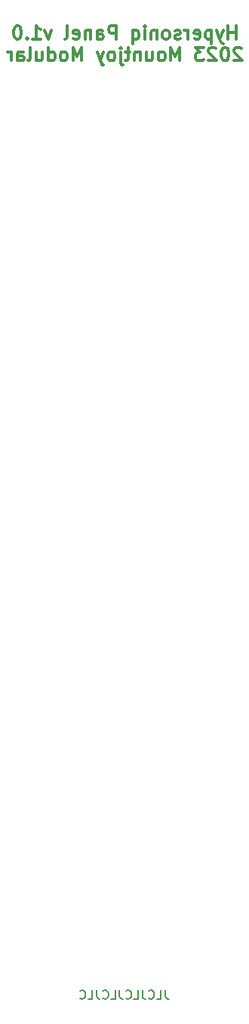
<source format=gbr>
%TF.GenerationSoftware,KiCad,Pcbnew,7.0.6*%
%TF.CreationDate,2023-07-26T19:09:21+01:00*%
%TF.ProjectId,Hypersoniq_Panel,48797065-7273-46f6-9e69-715f50616e65,rev?*%
%TF.SameCoordinates,Original*%
%TF.FileFunction,Legend,Bot*%
%TF.FilePolarity,Positive*%
%FSLAX46Y46*%
G04 Gerber Fmt 4.6, Leading zero omitted, Abs format (unit mm)*
G04 Created by KiCad (PCBNEW 7.0.6) date 2023-07-26 19:09:21*
%MOMM*%
%LPD*%
G01*
G04 APERTURE LIST*
%ADD10C,0.300000*%
%ADD11C,0.150000*%
G04 APERTURE END LIST*
D10*
X82728571Y-45770828D02*
X82728571Y-44270828D01*
X82728571Y-44985114D02*
X81871428Y-44985114D01*
X81871428Y-45770828D02*
X81871428Y-44270828D01*
X81299999Y-44770828D02*
X80942856Y-45770828D01*
X80585713Y-44770828D02*
X80942856Y-45770828D01*
X80942856Y-45770828D02*
X81085713Y-46127971D01*
X81085713Y-46127971D02*
X81157142Y-46199400D01*
X81157142Y-46199400D02*
X81299999Y-46270828D01*
X80014285Y-44770828D02*
X80014285Y-46270828D01*
X80014285Y-44842257D02*
X79871428Y-44770828D01*
X79871428Y-44770828D02*
X79585713Y-44770828D01*
X79585713Y-44770828D02*
X79442856Y-44842257D01*
X79442856Y-44842257D02*
X79371428Y-44913685D01*
X79371428Y-44913685D02*
X79299999Y-45056542D01*
X79299999Y-45056542D02*
X79299999Y-45485114D01*
X79299999Y-45485114D02*
X79371428Y-45627971D01*
X79371428Y-45627971D02*
X79442856Y-45699400D01*
X79442856Y-45699400D02*
X79585713Y-45770828D01*
X79585713Y-45770828D02*
X79871428Y-45770828D01*
X79871428Y-45770828D02*
X80014285Y-45699400D01*
X78085713Y-45699400D02*
X78228570Y-45770828D01*
X78228570Y-45770828D02*
X78514285Y-45770828D01*
X78514285Y-45770828D02*
X78657142Y-45699400D01*
X78657142Y-45699400D02*
X78728570Y-45556542D01*
X78728570Y-45556542D02*
X78728570Y-44985114D01*
X78728570Y-44985114D02*
X78657142Y-44842257D01*
X78657142Y-44842257D02*
X78514285Y-44770828D01*
X78514285Y-44770828D02*
X78228570Y-44770828D01*
X78228570Y-44770828D02*
X78085713Y-44842257D01*
X78085713Y-44842257D02*
X78014285Y-44985114D01*
X78014285Y-44985114D02*
X78014285Y-45127971D01*
X78014285Y-45127971D02*
X78728570Y-45270828D01*
X77371428Y-45770828D02*
X77371428Y-44770828D01*
X77371428Y-45056542D02*
X77299999Y-44913685D01*
X77299999Y-44913685D02*
X77228571Y-44842257D01*
X77228571Y-44842257D02*
X77085713Y-44770828D01*
X77085713Y-44770828D02*
X76942856Y-44770828D01*
X76514285Y-45699400D02*
X76371428Y-45770828D01*
X76371428Y-45770828D02*
X76085714Y-45770828D01*
X76085714Y-45770828D02*
X75942857Y-45699400D01*
X75942857Y-45699400D02*
X75871428Y-45556542D01*
X75871428Y-45556542D02*
X75871428Y-45485114D01*
X75871428Y-45485114D02*
X75942857Y-45342257D01*
X75942857Y-45342257D02*
X76085714Y-45270828D01*
X76085714Y-45270828D02*
X76300000Y-45270828D01*
X76300000Y-45270828D02*
X76442857Y-45199400D01*
X76442857Y-45199400D02*
X76514285Y-45056542D01*
X76514285Y-45056542D02*
X76514285Y-44985114D01*
X76514285Y-44985114D02*
X76442857Y-44842257D01*
X76442857Y-44842257D02*
X76300000Y-44770828D01*
X76300000Y-44770828D02*
X76085714Y-44770828D01*
X76085714Y-44770828D02*
X75942857Y-44842257D01*
X75014285Y-45770828D02*
X75157142Y-45699400D01*
X75157142Y-45699400D02*
X75228571Y-45627971D01*
X75228571Y-45627971D02*
X75299999Y-45485114D01*
X75299999Y-45485114D02*
X75299999Y-45056542D01*
X75299999Y-45056542D02*
X75228571Y-44913685D01*
X75228571Y-44913685D02*
X75157142Y-44842257D01*
X75157142Y-44842257D02*
X75014285Y-44770828D01*
X75014285Y-44770828D02*
X74799999Y-44770828D01*
X74799999Y-44770828D02*
X74657142Y-44842257D01*
X74657142Y-44842257D02*
X74585714Y-44913685D01*
X74585714Y-44913685D02*
X74514285Y-45056542D01*
X74514285Y-45056542D02*
X74514285Y-45485114D01*
X74514285Y-45485114D02*
X74585714Y-45627971D01*
X74585714Y-45627971D02*
X74657142Y-45699400D01*
X74657142Y-45699400D02*
X74799999Y-45770828D01*
X74799999Y-45770828D02*
X75014285Y-45770828D01*
X73871428Y-44770828D02*
X73871428Y-45770828D01*
X73871428Y-44913685D02*
X73799999Y-44842257D01*
X73799999Y-44842257D02*
X73657142Y-44770828D01*
X73657142Y-44770828D02*
X73442856Y-44770828D01*
X73442856Y-44770828D02*
X73299999Y-44842257D01*
X73299999Y-44842257D02*
X73228571Y-44985114D01*
X73228571Y-44985114D02*
X73228571Y-45770828D01*
X72514285Y-45770828D02*
X72514285Y-44770828D01*
X72514285Y-44270828D02*
X72585713Y-44342257D01*
X72585713Y-44342257D02*
X72514285Y-44413685D01*
X72514285Y-44413685D02*
X72442856Y-44342257D01*
X72442856Y-44342257D02*
X72514285Y-44270828D01*
X72514285Y-44270828D02*
X72514285Y-44413685D01*
X71157142Y-44770828D02*
X71157142Y-46270828D01*
X71157142Y-45699400D02*
X71299999Y-45770828D01*
X71299999Y-45770828D02*
X71585713Y-45770828D01*
X71585713Y-45770828D02*
X71728570Y-45699400D01*
X71728570Y-45699400D02*
X71799999Y-45627971D01*
X71799999Y-45627971D02*
X71871427Y-45485114D01*
X71871427Y-45485114D02*
X71871427Y-45056542D01*
X71871427Y-45056542D02*
X71799999Y-44913685D01*
X71799999Y-44913685D02*
X71728570Y-44842257D01*
X71728570Y-44842257D02*
X71585713Y-44770828D01*
X71585713Y-44770828D02*
X71299999Y-44770828D01*
X71299999Y-44770828D02*
X71157142Y-44842257D01*
X69299999Y-45770828D02*
X69299999Y-44270828D01*
X69299999Y-44270828D02*
X68728570Y-44270828D01*
X68728570Y-44270828D02*
X68585713Y-44342257D01*
X68585713Y-44342257D02*
X68514284Y-44413685D01*
X68514284Y-44413685D02*
X68442856Y-44556542D01*
X68442856Y-44556542D02*
X68442856Y-44770828D01*
X68442856Y-44770828D02*
X68514284Y-44913685D01*
X68514284Y-44913685D02*
X68585713Y-44985114D01*
X68585713Y-44985114D02*
X68728570Y-45056542D01*
X68728570Y-45056542D02*
X69299999Y-45056542D01*
X67157142Y-45770828D02*
X67157142Y-44985114D01*
X67157142Y-44985114D02*
X67228570Y-44842257D01*
X67228570Y-44842257D02*
X67371427Y-44770828D01*
X67371427Y-44770828D02*
X67657142Y-44770828D01*
X67657142Y-44770828D02*
X67799999Y-44842257D01*
X67157142Y-45699400D02*
X67299999Y-45770828D01*
X67299999Y-45770828D02*
X67657142Y-45770828D01*
X67657142Y-45770828D02*
X67799999Y-45699400D01*
X67799999Y-45699400D02*
X67871427Y-45556542D01*
X67871427Y-45556542D02*
X67871427Y-45413685D01*
X67871427Y-45413685D02*
X67799999Y-45270828D01*
X67799999Y-45270828D02*
X67657142Y-45199400D01*
X67657142Y-45199400D02*
X67299999Y-45199400D01*
X67299999Y-45199400D02*
X67157142Y-45127971D01*
X66442856Y-44770828D02*
X66442856Y-45770828D01*
X66442856Y-44913685D02*
X66371427Y-44842257D01*
X66371427Y-44842257D02*
X66228570Y-44770828D01*
X66228570Y-44770828D02*
X66014284Y-44770828D01*
X66014284Y-44770828D02*
X65871427Y-44842257D01*
X65871427Y-44842257D02*
X65799999Y-44985114D01*
X65799999Y-44985114D02*
X65799999Y-45770828D01*
X64514284Y-45699400D02*
X64657141Y-45770828D01*
X64657141Y-45770828D02*
X64942856Y-45770828D01*
X64942856Y-45770828D02*
X65085713Y-45699400D01*
X65085713Y-45699400D02*
X65157141Y-45556542D01*
X65157141Y-45556542D02*
X65157141Y-44985114D01*
X65157141Y-44985114D02*
X65085713Y-44842257D01*
X65085713Y-44842257D02*
X64942856Y-44770828D01*
X64942856Y-44770828D02*
X64657141Y-44770828D01*
X64657141Y-44770828D02*
X64514284Y-44842257D01*
X64514284Y-44842257D02*
X64442856Y-44985114D01*
X64442856Y-44985114D02*
X64442856Y-45127971D01*
X64442856Y-45127971D02*
X65157141Y-45270828D01*
X63585713Y-45770828D02*
X63728570Y-45699400D01*
X63728570Y-45699400D02*
X63799999Y-45556542D01*
X63799999Y-45556542D02*
X63799999Y-44270828D01*
X62014285Y-44770828D02*
X61657142Y-45770828D01*
X61657142Y-45770828D02*
X61299999Y-44770828D01*
X59942856Y-45770828D02*
X60799999Y-45770828D01*
X60371428Y-45770828D02*
X60371428Y-44270828D01*
X60371428Y-44270828D02*
X60514285Y-44485114D01*
X60514285Y-44485114D02*
X60657142Y-44627971D01*
X60657142Y-44627971D02*
X60799999Y-44699400D01*
X59300000Y-45627971D02*
X59228571Y-45699400D01*
X59228571Y-45699400D02*
X59300000Y-45770828D01*
X59300000Y-45770828D02*
X59371428Y-45699400D01*
X59371428Y-45699400D02*
X59300000Y-45627971D01*
X59300000Y-45627971D02*
X59300000Y-45770828D01*
X58299999Y-44270828D02*
X58157142Y-44270828D01*
X58157142Y-44270828D02*
X58014285Y-44342257D01*
X58014285Y-44342257D02*
X57942857Y-44413685D01*
X57942857Y-44413685D02*
X57871428Y-44556542D01*
X57871428Y-44556542D02*
X57799999Y-44842257D01*
X57799999Y-44842257D02*
X57799999Y-45199400D01*
X57799999Y-45199400D02*
X57871428Y-45485114D01*
X57871428Y-45485114D02*
X57942857Y-45627971D01*
X57942857Y-45627971D02*
X58014285Y-45699400D01*
X58014285Y-45699400D02*
X58157142Y-45770828D01*
X58157142Y-45770828D02*
X58299999Y-45770828D01*
X58299999Y-45770828D02*
X58442857Y-45699400D01*
X58442857Y-45699400D02*
X58514285Y-45627971D01*
X58514285Y-45627971D02*
X58585714Y-45485114D01*
X58585714Y-45485114D02*
X58657142Y-45199400D01*
X58657142Y-45199400D02*
X58657142Y-44842257D01*
X58657142Y-44842257D02*
X58585714Y-44556542D01*
X58585714Y-44556542D02*
X58514285Y-44413685D01*
X58514285Y-44413685D02*
X58442857Y-44342257D01*
X58442857Y-44342257D02*
X58299999Y-44270828D01*
X83371427Y-46828685D02*
X83299999Y-46757257D01*
X83299999Y-46757257D02*
X83157142Y-46685828D01*
X83157142Y-46685828D02*
X82799999Y-46685828D01*
X82799999Y-46685828D02*
X82657142Y-46757257D01*
X82657142Y-46757257D02*
X82585713Y-46828685D01*
X82585713Y-46828685D02*
X82514284Y-46971542D01*
X82514284Y-46971542D02*
X82514284Y-47114400D01*
X82514284Y-47114400D02*
X82585713Y-47328685D01*
X82585713Y-47328685D02*
X83442856Y-48185828D01*
X83442856Y-48185828D02*
X82514284Y-48185828D01*
X81585713Y-46685828D02*
X81442856Y-46685828D01*
X81442856Y-46685828D02*
X81299999Y-46757257D01*
X81299999Y-46757257D02*
X81228571Y-46828685D01*
X81228571Y-46828685D02*
X81157142Y-46971542D01*
X81157142Y-46971542D02*
X81085713Y-47257257D01*
X81085713Y-47257257D02*
X81085713Y-47614400D01*
X81085713Y-47614400D02*
X81157142Y-47900114D01*
X81157142Y-47900114D02*
X81228571Y-48042971D01*
X81228571Y-48042971D02*
X81299999Y-48114400D01*
X81299999Y-48114400D02*
X81442856Y-48185828D01*
X81442856Y-48185828D02*
X81585713Y-48185828D01*
X81585713Y-48185828D02*
X81728571Y-48114400D01*
X81728571Y-48114400D02*
X81799999Y-48042971D01*
X81799999Y-48042971D02*
X81871428Y-47900114D01*
X81871428Y-47900114D02*
X81942856Y-47614400D01*
X81942856Y-47614400D02*
X81942856Y-47257257D01*
X81942856Y-47257257D02*
X81871428Y-46971542D01*
X81871428Y-46971542D02*
X81799999Y-46828685D01*
X81799999Y-46828685D02*
X81728571Y-46757257D01*
X81728571Y-46757257D02*
X81585713Y-46685828D01*
X80514285Y-46828685D02*
X80442857Y-46757257D01*
X80442857Y-46757257D02*
X80300000Y-46685828D01*
X80300000Y-46685828D02*
X79942857Y-46685828D01*
X79942857Y-46685828D02*
X79800000Y-46757257D01*
X79800000Y-46757257D02*
X79728571Y-46828685D01*
X79728571Y-46828685D02*
X79657142Y-46971542D01*
X79657142Y-46971542D02*
X79657142Y-47114400D01*
X79657142Y-47114400D02*
X79728571Y-47328685D01*
X79728571Y-47328685D02*
X80585714Y-48185828D01*
X80585714Y-48185828D02*
X79657142Y-48185828D01*
X79157143Y-46685828D02*
X78228571Y-46685828D01*
X78228571Y-46685828D02*
X78728571Y-47257257D01*
X78728571Y-47257257D02*
X78514286Y-47257257D01*
X78514286Y-47257257D02*
X78371429Y-47328685D01*
X78371429Y-47328685D02*
X78300000Y-47400114D01*
X78300000Y-47400114D02*
X78228571Y-47542971D01*
X78228571Y-47542971D02*
X78228571Y-47900114D01*
X78228571Y-47900114D02*
X78300000Y-48042971D01*
X78300000Y-48042971D02*
X78371429Y-48114400D01*
X78371429Y-48114400D02*
X78514286Y-48185828D01*
X78514286Y-48185828D02*
X78942857Y-48185828D01*
X78942857Y-48185828D02*
X79085714Y-48114400D01*
X79085714Y-48114400D02*
X79157143Y-48042971D01*
X76442858Y-48185828D02*
X76442858Y-46685828D01*
X76442858Y-46685828D02*
X75942858Y-47757257D01*
X75942858Y-47757257D02*
X75442858Y-46685828D01*
X75442858Y-46685828D02*
X75442858Y-48185828D01*
X74514286Y-48185828D02*
X74657143Y-48114400D01*
X74657143Y-48114400D02*
X74728572Y-48042971D01*
X74728572Y-48042971D02*
X74800000Y-47900114D01*
X74800000Y-47900114D02*
X74800000Y-47471542D01*
X74800000Y-47471542D02*
X74728572Y-47328685D01*
X74728572Y-47328685D02*
X74657143Y-47257257D01*
X74657143Y-47257257D02*
X74514286Y-47185828D01*
X74514286Y-47185828D02*
X74300000Y-47185828D01*
X74300000Y-47185828D02*
X74157143Y-47257257D01*
X74157143Y-47257257D02*
X74085715Y-47328685D01*
X74085715Y-47328685D02*
X74014286Y-47471542D01*
X74014286Y-47471542D02*
X74014286Y-47900114D01*
X74014286Y-47900114D02*
X74085715Y-48042971D01*
X74085715Y-48042971D02*
X74157143Y-48114400D01*
X74157143Y-48114400D02*
X74300000Y-48185828D01*
X74300000Y-48185828D02*
X74514286Y-48185828D01*
X72728572Y-47185828D02*
X72728572Y-48185828D01*
X73371429Y-47185828D02*
X73371429Y-47971542D01*
X73371429Y-47971542D02*
X73300000Y-48114400D01*
X73300000Y-48114400D02*
X73157143Y-48185828D01*
X73157143Y-48185828D02*
X72942857Y-48185828D01*
X72942857Y-48185828D02*
X72800000Y-48114400D01*
X72800000Y-48114400D02*
X72728572Y-48042971D01*
X72014286Y-47185828D02*
X72014286Y-48185828D01*
X72014286Y-47328685D02*
X71942857Y-47257257D01*
X71942857Y-47257257D02*
X71800000Y-47185828D01*
X71800000Y-47185828D02*
X71585714Y-47185828D01*
X71585714Y-47185828D02*
X71442857Y-47257257D01*
X71442857Y-47257257D02*
X71371429Y-47400114D01*
X71371429Y-47400114D02*
X71371429Y-48185828D01*
X70871428Y-47185828D02*
X70300000Y-47185828D01*
X70657143Y-46685828D02*
X70657143Y-47971542D01*
X70657143Y-47971542D02*
X70585714Y-48114400D01*
X70585714Y-48114400D02*
X70442857Y-48185828D01*
X70442857Y-48185828D02*
X70300000Y-48185828D01*
X69800000Y-47185828D02*
X69800000Y-48471542D01*
X69800000Y-48471542D02*
X69871428Y-48614400D01*
X69871428Y-48614400D02*
X70014285Y-48685828D01*
X70014285Y-48685828D02*
X70085714Y-48685828D01*
X69800000Y-46685828D02*
X69871428Y-46757257D01*
X69871428Y-46757257D02*
X69800000Y-46828685D01*
X69800000Y-46828685D02*
X69728571Y-46757257D01*
X69728571Y-46757257D02*
X69800000Y-46685828D01*
X69800000Y-46685828D02*
X69800000Y-46828685D01*
X68871428Y-48185828D02*
X69014285Y-48114400D01*
X69014285Y-48114400D02*
X69085714Y-48042971D01*
X69085714Y-48042971D02*
X69157142Y-47900114D01*
X69157142Y-47900114D02*
X69157142Y-47471542D01*
X69157142Y-47471542D02*
X69085714Y-47328685D01*
X69085714Y-47328685D02*
X69014285Y-47257257D01*
X69014285Y-47257257D02*
X68871428Y-47185828D01*
X68871428Y-47185828D02*
X68657142Y-47185828D01*
X68657142Y-47185828D02*
X68514285Y-47257257D01*
X68514285Y-47257257D02*
X68442857Y-47328685D01*
X68442857Y-47328685D02*
X68371428Y-47471542D01*
X68371428Y-47471542D02*
X68371428Y-47900114D01*
X68371428Y-47900114D02*
X68442857Y-48042971D01*
X68442857Y-48042971D02*
X68514285Y-48114400D01*
X68514285Y-48114400D02*
X68657142Y-48185828D01*
X68657142Y-48185828D02*
X68871428Y-48185828D01*
X67871428Y-47185828D02*
X67514285Y-48185828D01*
X67157142Y-47185828D02*
X67514285Y-48185828D01*
X67514285Y-48185828D02*
X67657142Y-48542971D01*
X67657142Y-48542971D02*
X67728571Y-48614400D01*
X67728571Y-48614400D02*
X67871428Y-48685828D01*
X65442857Y-48185828D02*
X65442857Y-46685828D01*
X65442857Y-46685828D02*
X64942857Y-47757257D01*
X64942857Y-47757257D02*
X64442857Y-46685828D01*
X64442857Y-46685828D02*
X64442857Y-48185828D01*
X63514285Y-48185828D02*
X63657142Y-48114400D01*
X63657142Y-48114400D02*
X63728571Y-48042971D01*
X63728571Y-48042971D02*
X63799999Y-47900114D01*
X63799999Y-47900114D02*
X63799999Y-47471542D01*
X63799999Y-47471542D02*
X63728571Y-47328685D01*
X63728571Y-47328685D02*
X63657142Y-47257257D01*
X63657142Y-47257257D02*
X63514285Y-47185828D01*
X63514285Y-47185828D02*
X63299999Y-47185828D01*
X63299999Y-47185828D02*
X63157142Y-47257257D01*
X63157142Y-47257257D02*
X63085714Y-47328685D01*
X63085714Y-47328685D02*
X63014285Y-47471542D01*
X63014285Y-47471542D02*
X63014285Y-47900114D01*
X63014285Y-47900114D02*
X63085714Y-48042971D01*
X63085714Y-48042971D02*
X63157142Y-48114400D01*
X63157142Y-48114400D02*
X63299999Y-48185828D01*
X63299999Y-48185828D02*
X63514285Y-48185828D01*
X61728571Y-48185828D02*
X61728571Y-46685828D01*
X61728571Y-48114400D02*
X61871428Y-48185828D01*
X61871428Y-48185828D02*
X62157142Y-48185828D01*
X62157142Y-48185828D02*
X62299999Y-48114400D01*
X62299999Y-48114400D02*
X62371428Y-48042971D01*
X62371428Y-48042971D02*
X62442856Y-47900114D01*
X62442856Y-47900114D02*
X62442856Y-47471542D01*
X62442856Y-47471542D02*
X62371428Y-47328685D01*
X62371428Y-47328685D02*
X62299999Y-47257257D01*
X62299999Y-47257257D02*
X62157142Y-47185828D01*
X62157142Y-47185828D02*
X61871428Y-47185828D01*
X61871428Y-47185828D02*
X61728571Y-47257257D01*
X60371428Y-47185828D02*
X60371428Y-48185828D01*
X61014285Y-47185828D02*
X61014285Y-47971542D01*
X61014285Y-47971542D02*
X60942856Y-48114400D01*
X60942856Y-48114400D02*
X60799999Y-48185828D01*
X60799999Y-48185828D02*
X60585713Y-48185828D01*
X60585713Y-48185828D02*
X60442856Y-48114400D01*
X60442856Y-48114400D02*
X60371428Y-48042971D01*
X59442856Y-48185828D02*
X59585713Y-48114400D01*
X59585713Y-48114400D02*
X59657142Y-47971542D01*
X59657142Y-47971542D02*
X59657142Y-46685828D01*
X58228571Y-48185828D02*
X58228571Y-47400114D01*
X58228571Y-47400114D02*
X58299999Y-47257257D01*
X58299999Y-47257257D02*
X58442856Y-47185828D01*
X58442856Y-47185828D02*
X58728571Y-47185828D01*
X58728571Y-47185828D02*
X58871428Y-47257257D01*
X58228571Y-48114400D02*
X58371428Y-48185828D01*
X58371428Y-48185828D02*
X58728571Y-48185828D01*
X58728571Y-48185828D02*
X58871428Y-48114400D01*
X58871428Y-48114400D02*
X58942856Y-47971542D01*
X58942856Y-47971542D02*
X58942856Y-47828685D01*
X58942856Y-47828685D02*
X58871428Y-47685828D01*
X58871428Y-47685828D02*
X58728571Y-47614400D01*
X58728571Y-47614400D02*
X58371428Y-47614400D01*
X58371428Y-47614400D02*
X58228571Y-47542971D01*
X57514285Y-48185828D02*
X57514285Y-47185828D01*
X57514285Y-47471542D02*
X57442856Y-47328685D01*
X57442856Y-47328685D02*
X57371428Y-47257257D01*
X57371428Y-47257257D02*
X57228570Y-47185828D01*
X57228570Y-47185828D02*
X57085713Y-47185828D01*
D11*
X74819048Y-152454819D02*
X74819048Y-153169104D01*
X74819048Y-153169104D02*
X74866667Y-153311961D01*
X74866667Y-153311961D02*
X74961905Y-153407200D01*
X74961905Y-153407200D02*
X75104762Y-153454819D01*
X75104762Y-153454819D02*
X75200000Y-153454819D01*
X73866667Y-153454819D02*
X74342857Y-153454819D01*
X74342857Y-153454819D02*
X74342857Y-152454819D01*
X72961905Y-153359580D02*
X73009524Y-153407200D01*
X73009524Y-153407200D02*
X73152381Y-153454819D01*
X73152381Y-153454819D02*
X73247619Y-153454819D01*
X73247619Y-153454819D02*
X73390476Y-153407200D01*
X73390476Y-153407200D02*
X73485714Y-153311961D01*
X73485714Y-153311961D02*
X73533333Y-153216723D01*
X73533333Y-153216723D02*
X73580952Y-153026247D01*
X73580952Y-153026247D02*
X73580952Y-152883390D01*
X73580952Y-152883390D02*
X73533333Y-152692914D01*
X73533333Y-152692914D02*
X73485714Y-152597676D01*
X73485714Y-152597676D02*
X73390476Y-152502438D01*
X73390476Y-152502438D02*
X73247619Y-152454819D01*
X73247619Y-152454819D02*
X73152381Y-152454819D01*
X73152381Y-152454819D02*
X73009524Y-152502438D01*
X73009524Y-152502438D02*
X72961905Y-152550057D01*
X72247619Y-152454819D02*
X72247619Y-153169104D01*
X72247619Y-153169104D02*
X72295238Y-153311961D01*
X72295238Y-153311961D02*
X72390476Y-153407200D01*
X72390476Y-153407200D02*
X72533333Y-153454819D01*
X72533333Y-153454819D02*
X72628571Y-153454819D01*
X71295238Y-153454819D02*
X71771428Y-153454819D01*
X71771428Y-153454819D02*
X71771428Y-152454819D01*
X70390476Y-153359580D02*
X70438095Y-153407200D01*
X70438095Y-153407200D02*
X70580952Y-153454819D01*
X70580952Y-153454819D02*
X70676190Y-153454819D01*
X70676190Y-153454819D02*
X70819047Y-153407200D01*
X70819047Y-153407200D02*
X70914285Y-153311961D01*
X70914285Y-153311961D02*
X70961904Y-153216723D01*
X70961904Y-153216723D02*
X71009523Y-153026247D01*
X71009523Y-153026247D02*
X71009523Y-152883390D01*
X71009523Y-152883390D02*
X70961904Y-152692914D01*
X70961904Y-152692914D02*
X70914285Y-152597676D01*
X70914285Y-152597676D02*
X70819047Y-152502438D01*
X70819047Y-152502438D02*
X70676190Y-152454819D01*
X70676190Y-152454819D02*
X70580952Y-152454819D01*
X70580952Y-152454819D02*
X70438095Y-152502438D01*
X70438095Y-152502438D02*
X70390476Y-152550057D01*
X69676190Y-152454819D02*
X69676190Y-153169104D01*
X69676190Y-153169104D02*
X69723809Y-153311961D01*
X69723809Y-153311961D02*
X69819047Y-153407200D01*
X69819047Y-153407200D02*
X69961904Y-153454819D01*
X69961904Y-153454819D02*
X70057142Y-153454819D01*
X68723809Y-153454819D02*
X69199999Y-153454819D01*
X69199999Y-153454819D02*
X69199999Y-152454819D01*
X67819047Y-153359580D02*
X67866666Y-153407200D01*
X67866666Y-153407200D02*
X68009523Y-153454819D01*
X68009523Y-153454819D02*
X68104761Y-153454819D01*
X68104761Y-153454819D02*
X68247618Y-153407200D01*
X68247618Y-153407200D02*
X68342856Y-153311961D01*
X68342856Y-153311961D02*
X68390475Y-153216723D01*
X68390475Y-153216723D02*
X68438094Y-153026247D01*
X68438094Y-153026247D02*
X68438094Y-152883390D01*
X68438094Y-152883390D02*
X68390475Y-152692914D01*
X68390475Y-152692914D02*
X68342856Y-152597676D01*
X68342856Y-152597676D02*
X68247618Y-152502438D01*
X68247618Y-152502438D02*
X68104761Y-152454819D01*
X68104761Y-152454819D02*
X68009523Y-152454819D01*
X68009523Y-152454819D02*
X67866666Y-152502438D01*
X67866666Y-152502438D02*
X67819047Y-152550057D01*
X67104761Y-152454819D02*
X67104761Y-153169104D01*
X67104761Y-153169104D02*
X67152380Y-153311961D01*
X67152380Y-153311961D02*
X67247618Y-153407200D01*
X67247618Y-153407200D02*
X67390475Y-153454819D01*
X67390475Y-153454819D02*
X67485713Y-153454819D01*
X66152380Y-153454819D02*
X66628570Y-153454819D01*
X66628570Y-153454819D02*
X66628570Y-152454819D01*
X65247618Y-153359580D02*
X65295237Y-153407200D01*
X65295237Y-153407200D02*
X65438094Y-153454819D01*
X65438094Y-153454819D02*
X65533332Y-153454819D01*
X65533332Y-153454819D02*
X65676189Y-153407200D01*
X65676189Y-153407200D02*
X65771427Y-153311961D01*
X65771427Y-153311961D02*
X65819046Y-153216723D01*
X65819046Y-153216723D02*
X65866665Y-153026247D01*
X65866665Y-153026247D02*
X65866665Y-152883390D01*
X65866665Y-152883390D02*
X65819046Y-152692914D01*
X65819046Y-152692914D02*
X65771427Y-152597676D01*
X65771427Y-152597676D02*
X65676189Y-152502438D01*
X65676189Y-152502438D02*
X65533332Y-152454819D01*
X65533332Y-152454819D02*
X65438094Y-152454819D01*
X65438094Y-152454819D02*
X65295237Y-152502438D01*
X65295237Y-152502438D02*
X65247618Y-152550057D01*
M02*

</source>
